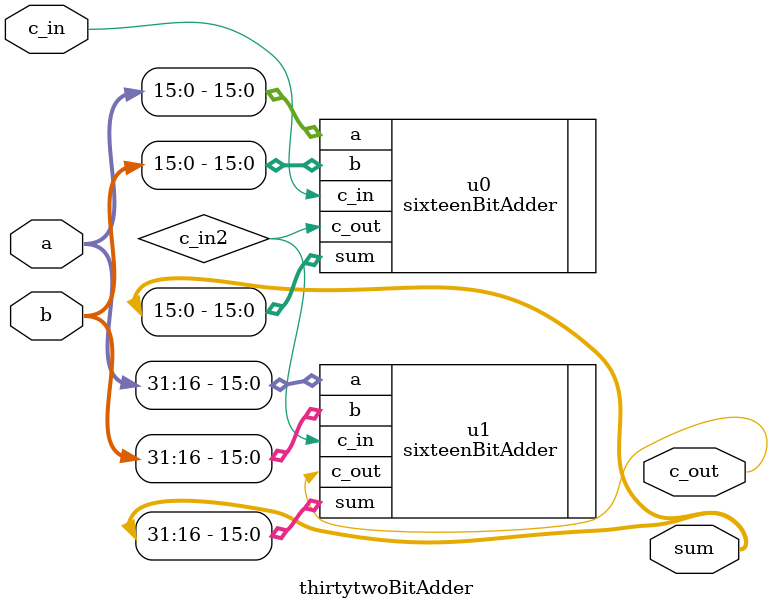
<source format=v>
`timescale 1ns / 1ps


module thirtytwoBitAdder(
    output [31:0] sum,
    output c_out,
    input [31:0] a,
    input [31:0] b,
    input c_in
    );
    
    wire c_in2;
    sixteenBitAdder u0(.sum(sum[15:0]), .c_out(c_in2), .a(a[15:0]), .b(b[15:0]), .c_in(c_in));
    sixteenBitAdder u1(.sum(sum[31:16]), .c_out(c_out), .a(a[31:16]), .b(b[31:16]), .c_in(c_in2));
endmodule

</source>
